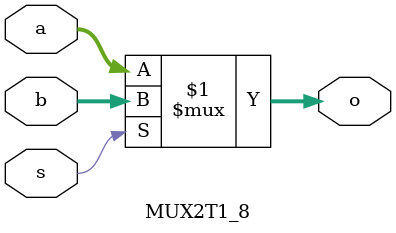
<source format=v>
`timescale 1ns / 1ps


module MUX2T1_8(
    input [7:0]a,
    input [7:0]b,
    input s,
    output [7:0]o
    );
    
    assign o = s?b:a;
endmodule

</source>
